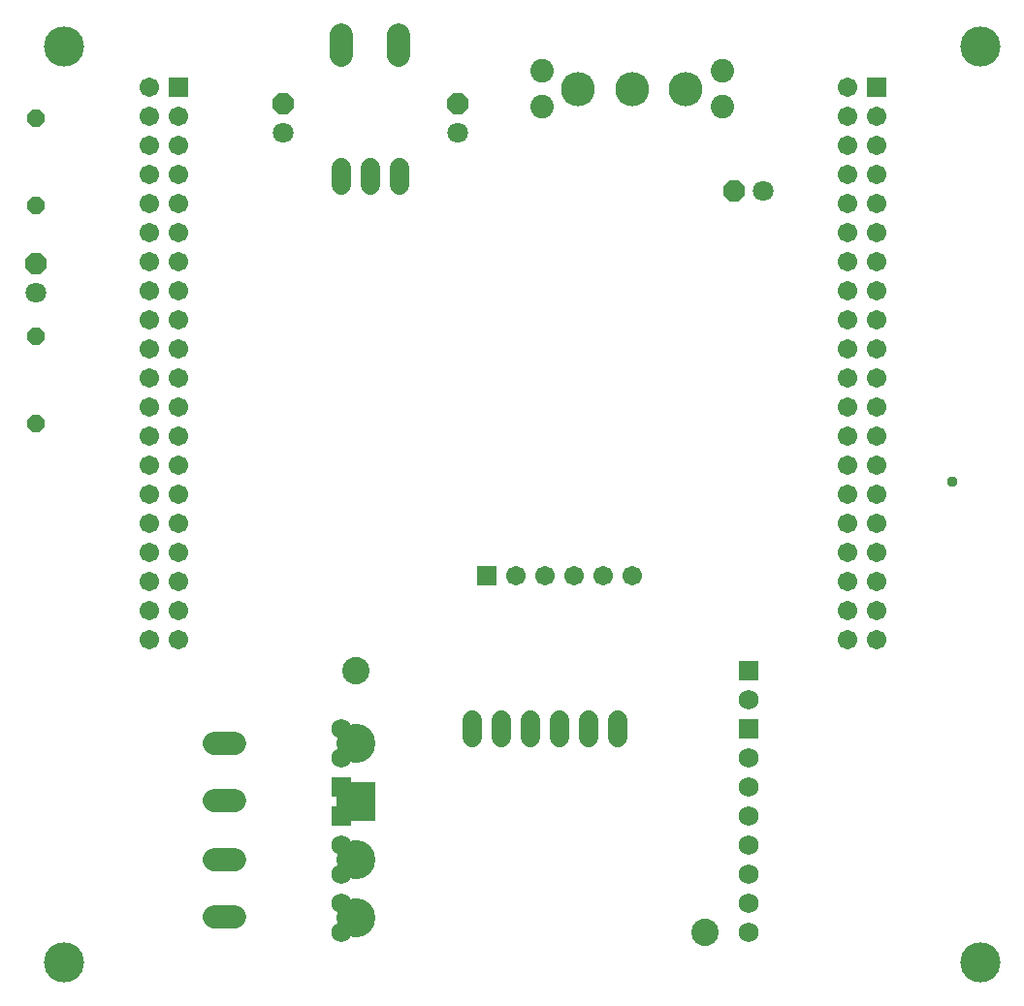
<source format=gbr>
G04 EAGLE Gerber RS-274X export*
G75*
%MOIN*%
%FSLAX34Y34*%
%LPD*%
%INSoldermask Top*%
%IPPOS*%
%AMOC8*
5,1,8,0,0,1.08239X$1,22.5*%
G01*
%ADD10C,0.078500*%
%ADD11P,0.076850X8X112.500000*%
%ADD12C,0.071000*%
%ADD13P,0.076850X8X202.500000*%
%ADD14C,0.137921*%
%ADD15C,0.068000*%
%ADD16P,0.064943X8X112.500000*%
%ADD17C,0.067370*%
%ADD18R,0.067370X0.067370*%
%ADD19C,0.094000*%
%ADD20R,0.068000X0.068000*%
%ADD21C,0.068000*%
%ADD22C,0.134000*%
%ADD23R,0.134000X0.134000*%
%ADD24C,0.117252*%
%ADD25C,0.080835*%
%ADD26C,0.037780*%


D10*
X13484Y33853D02*
X13484Y33148D01*
X11516Y33148D02*
X11516Y33853D01*
D11*
X15500Y31500D03*
D12*
X15500Y30500D03*
D11*
X9500Y31500D03*
D12*
X9500Y30500D03*
D13*
X25000Y28500D03*
D12*
X26000Y28500D03*
D11*
X1000Y26000D03*
D12*
X1000Y25000D03*
D14*
X1969Y1969D03*
X33465Y33465D03*
X33465Y1969D03*
X1969Y33465D03*
D15*
X11500Y29300D02*
X11500Y28700D01*
X12500Y28700D02*
X12500Y29300D01*
X13500Y29300D02*
X13500Y28700D01*
D16*
X1000Y28000D03*
X1000Y31000D03*
X1000Y20500D03*
X1000Y23500D03*
D15*
X16000Y10300D02*
X16000Y9700D01*
X17000Y9700D02*
X17000Y10300D01*
X18000Y10300D02*
X18000Y9700D01*
X19000Y9700D02*
X19000Y10300D01*
X20000Y10300D02*
X20000Y9700D01*
X21000Y9700D02*
X21000Y10300D01*
D17*
X29921Y13063D03*
X4921Y13063D03*
X29921Y15063D03*
X29921Y16063D03*
X29921Y17063D03*
X29921Y18063D03*
X29921Y19063D03*
X29921Y20063D03*
X29921Y21063D03*
X29921Y14063D03*
X29921Y22063D03*
X29921Y23063D03*
X29921Y24063D03*
X29921Y25063D03*
X29921Y26063D03*
X29921Y27063D03*
X29921Y28063D03*
X29921Y29063D03*
X29921Y30063D03*
X29921Y31063D03*
X28921Y13063D03*
X28921Y15063D03*
X28921Y16063D03*
X28921Y17063D03*
X28921Y18063D03*
X28921Y19063D03*
X28921Y20063D03*
X28921Y21063D03*
X28921Y14063D03*
X28921Y22063D03*
X28921Y23063D03*
X28921Y24063D03*
X28921Y25063D03*
X28921Y26063D03*
X28921Y27063D03*
X28921Y28063D03*
X28921Y29063D03*
X28921Y30063D03*
X28921Y31063D03*
X4921Y14063D03*
X4921Y15063D03*
X4921Y16063D03*
X4921Y17063D03*
X4921Y18063D03*
X4921Y19063D03*
X4921Y20063D03*
X4921Y21063D03*
X4921Y22063D03*
X4921Y23063D03*
X4921Y24063D03*
X4921Y25063D03*
X4921Y26063D03*
X4921Y27063D03*
X4921Y28063D03*
X4921Y29063D03*
X4921Y30063D03*
X4921Y31063D03*
X5921Y13063D03*
X5921Y14063D03*
X5921Y15063D03*
X5921Y16063D03*
X5921Y17063D03*
X5921Y18063D03*
X5921Y19063D03*
X5921Y20063D03*
X5921Y21063D03*
X5921Y22063D03*
X5921Y23063D03*
X5921Y24063D03*
X5921Y25063D03*
X5921Y26063D03*
X5921Y27063D03*
X5921Y28063D03*
X5921Y29063D03*
X5921Y30063D03*
X5921Y31063D03*
D18*
X29921Y32063D03*
D17*
X28921Y32063D03*
X4921Y32063D03*
D18*
X5921Y32063D03*
D19*
X12000Y12000D03*
X24000Y3000D03*
D20*
X25500Y12000D03*
D21*
X25500Y11000D03*
D20*
X25500Y10000D03*
D21*
X25500Y9000D03*
X25500Y8000D03*
X25500Y7000D03*
X25500Y6000D03*
X25500Y5000D03*
X25500Y4000D03*
X25500Y3000D03*
X11500Y3000D03*
X11500Y4000D03*
X11500Y5000D03*
X11500Y6000D03*
X11500Y9000D03*
X11500Y10000D03*
D22*
X12000Y3500D03*
X12000Y5500D03*
X12000Y9500D03*
D23*
X12000Y7500D03*
D20*
X11500Y8000D03*
X11500Y7000D03*
D24*
X21500Y32000D03*
X19650Y32000D03*
X23350Y32000D03*
D25*
X18402Y32626D03*
X18402Y31374D03*
X24598Y32626D03*
X24598Y31378D03*
D17*
X17500Y15250D03*
D18*
X16500Y15250D03*
D17*
X18500Y15250D03*
X19500Y15250D03*
X20500Y15250D03*
X21500Y15250D03*
D10*
X7853Y7516D02*
X7148Y7516D01*
X7148Y9484D02*
X7853Y9484D01*
X7853Y3516D02*
X7148Y3516D01*
X7148Y5484D02*
X7853Y5484D01*
D26*
X32500Y18500D03*
M02*

</source>
